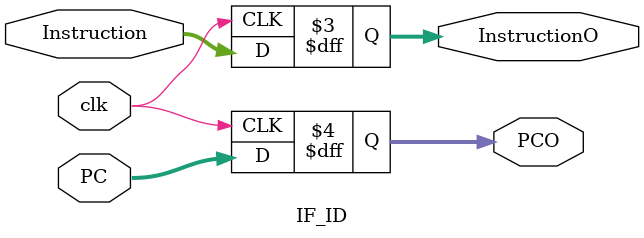
<source format=v>
module IF_ID(InstructionO,PCO,Instruction,PC,clk);
output reg [31:0] InstructionO;
output reg [6:0] PCO;
input   [31:0] Instruction;
input [6:0] PC;
input clk ;

initial
begin
	InstructionO=32'b0;
	PCO= 7'b0;
end

always@(posedge clk)
    begin
      InstructionO = Instruction ;
      PCO = PC ;
    end

endmodule
 

</source>
